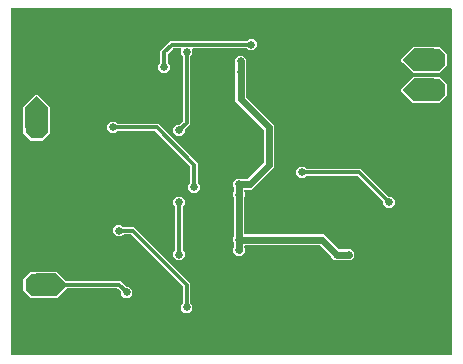
<source format=gbl>
G04 EAGLE Gerber RS-274X export*
G75*
%MOMM*%
%FSLAX34Y34*%
%LPD*%
%INBottom Copper*%
%IPPOS*%
%AMOC8*
5,1,8,0,0,1.08239X$1,22.5*%
G01*
%ADD10P,2.089446X8X292.500000*%
%ADD11C,0.654000*%
%ADD12C,0.304800*%
%ADD13C,0.609600*%

G36*
X376248Y3814D02*
X376248Y3814D01*
X376267Y3812D01*
X376369Y3834D01*
X376471Y3850D01*
X376488Y3860D01*
X376508Y3864D01*
X376597Y3917D01*
X376688Y3966D01*
X376702Y3980D01*
X376719Y3990D01*
X376786Y4069D01*
X376858Y4144D01*
X376866Y4162D01*
X376879Y4177D01*
X376918Y4273D01*
X376961Y4367D01*
X376963Y4387D01*
X376971Y4405D01*
X376989Y4572D01*
X376989Y296928D01*
X376986Y296948D01*
X376988Y296967D01*
X376966Y297069D01*
X376950Y297171D01*
X376940Y297188D01*
X376936Y297208D01*
X376883Y297297D01*
X376834Y297388D01*
X376820Y297402D01*
X376810Y297419D01*
X376731Y297486D01*
X376656Y297558D01*
X376638Y297566D01*
X376623Y297579D01*
X376527Y297618D01*
X376433Y297661D01*
X376413Y297663D01*
X376395Y297671D01*
X376228Y297689D01*
X4572Y297689D01*
X4552Y297686D01*
X4533Y297688D01*
X4431Y297666D01*
X4329Y297650D01*
X4312Y297640D01*
X4292Y297636D01*
X4203Y297583D01*
X4112Y297534D01*
X4098Y297520D01*
X4081Y297510D01*
X4014Y297431D01*
X3942Y297356D01*
X3934Y297338D01*
X3921Y297323D01*
X3882Y297227D01*
X3839Y297133D01*
X3837Y297113D01*
X3829Y297095D01*
X3811Y296928D01*
X3811Y4572D01*
X3814Y4552D01*
X3812Y4533D01*
X3834Y4431D01*
X3850Y4329D01*
X3860Y4312D01*
X3864Y4292D01*
X3917Y4203D01*
X3966Y4112D01*
X3980Y4098D01*
X3990Y4081D01*
X4069Y4014D01*
X4144Y3942D01*
X4162Y3934D01*
X4177Y3921D01*
X4273Y3882D01*
X4367Y3839D01*
X4387Y3837D01*
X4405Y3829D01*
X4572Y3811D01*
X376228Y3811D01*
X376248Y3814D01*
G37*
%LPC*%
G36*
X277414Y84105D02*
X277414Y84105D01*
X274605Y86914D01*
X274591Y87003D01*
X274583Y87094D01*
X274571Y87123D01*
X274566Y87155D01*
X274523Y87236D01*
X274487Y87320D01*
X274461Y87352D01*
X274450Y87373D01*
X274427Y87395D01*
X274382Y87451D01*
X265029Y96804D01*
X264955Y96857D01*
X264885Y96917D01*
X264855Y96929D01*
X264829Y96948D01*
X264742Y96975D01*
X264657Y97009D01*
X264616Y97013D01*
X264594Y97020D01*
X264562Y97019D01*
X264491Y97027D01*
X202184Y97027D01*
X202164Y97024D01*
X202145Y97026D01*
X202043Y97004D01*
X201941Y96988D01*
X201924Y96978D01*
X201904Y96974D01*
X201815Y96921D01*
X201724Y96872D01*
X201710Y96858D01*
X201693Y96848D01*
X201626Y96769D01*
X201554Y96694D01*
X201546Y96676D01*
X201533Y96661D01*
X201494Y96565D01*
X201451Y96471D01*
X201449Y96451D01*
X201441Y96433D01*
X201423Y96266D01*
X201423Y95233D01*
X201437Y95143D01*
X201445Y95052D01*
X201457Y95022D01*
X201462Y94991D01*
X201505Y94910D01*
X201541Y94826D01*
X201567Y94794D01*
X201578Y94773D01*
X201601Y94751D01*
X201645Y94696D01*
X201645Y90724D01*
X198836Y87915D01*
X194864Y87915D01*
X192055Y90724D01*
X192055Y94696D01*
X192107Y94769D01*
X192167Y94838D01*
X192179Y94868D01*
X192198Y94895D01*
X192225Y94982D01*
X192259Y95067D01*
X192263Y95107D01*
X192270Y95130D01*
X192269Y95162D01*
X192277Y95233D01*
X192277Y99077D01*
X192263Y99167D01*
X192255Y99258D01*
X192243Y99288D01*
X192238Y99319D01*
X192195Y99400D01*
X192159Y99484D01*
X192133Y99516D01*
X192122Y99537D01*
X192099Y99559D01*
X192055Y99614D01*
X192055Y103586D01*
X192107Y103659D01*
X192167Y103728D01*
X192179Y103759D01*
X192198Y103785D01*
X192225Y103872D01*
X192259Y103957D01*
X192263Y103998D01*
X192270Y104020D01*
X192269Y104052D01*
X192277Y104123D01*
X192277Y137177D01*
X192263Y137267D01*
X192255Y137358D01*
X192243Y137387D01*
X192238Y137419D01*
X192195Y137500D01*
X192159Y137584D01*
X192133Y137616D01*
X192122Y137637D01*
X192099Y137659D01*
X192055Y137714D01*
X192055Y141686D01*
X192107Y141759D01*
X192167Y141828D01*
X192179Y141859D01*
X192198Y141885D01*
X192225Y141972D01*
X192259Y142057D01*
X192263Y142098D01*
X192270Y142120D01*
X192269Y142152D01*
X192277Y142223D01*
X192277Y146067D01*
X192263Y146157D01*
X192255Y146248D01*
X192243Y146278D01*
X192238Y146309D01*
X192195Y146390D01*
X192159Y146474D01*
X192133Y146506D01*
X192122Y146527D01*
X192099Y146549D01*
X192055Y146604D01*
X192055Y150576D01*
X194864Y153385D01*
X198836Y153385D01*
X198909Y153333D01*
X198978Y153273D01*
X199008Y153261D01*
X199035Y153242D01*
X199122Y153215D01*
X199207Y153181D01*
X199247Y153177D01*
X199270Y153170D01*
X199302Y153171D01*
X199373Y153163D01*
X203531Y153163D01*
X203621Y153177D01*
X203712Y153185D01*
X203741Y153197D01*
X203773Y153202D01*
X203854Y153245D01*
X203938Y153281D01*
X203970Y153307D01*
X203991Y153318D01*
X204013Y153341D01*
X204069Y153386D01*
X217454Y166771D01*
X217507Y166845D01*
X217567Y166915D01*
X217579Y166945D01*
X217598Y166971D01*
X217625Y167058D01*
X217659Y167143D01*
X217663Y167184D01*
X217670Y167206D01*
X217669Y167238D01*
X217677Y167309D01*
X217677Y194641D01*
X217663Y194731D01*
X217655Y194822D01*
X217643Y194851D01*
X217638Y194883D01*
X217595Y194964D01*
X217559Y195048D01*
X217533Y195080D01*
X217522Y195101D01*
X217499Y195123D01*
X217454Y195179D01*
X193547Y219086D01*
X193547Y241317D01*
X193541Y241353D01*
X193542Y241360D01*
X193534Y241398D01*
X193533Y241407D01*
X193525Y241498D01*
X193513Y241527D01*
X193508Y241559D01*
X193493Y241587D01*
X193490Y241601D01*
X193461Y241649D01*
X193429Y241724D01*
X193403Y241756D01*
X193392Y241777D01*
X193374Y241794D01*
X193364Y241812D01*
X193348Y241825D01*
X193325Y241854D01*
X193325Y245826D01*
X193377Y245899D01*
X193437Y245968D01*
X193449Y245998D01*
X193468Y246025D01*
X193495Y246112D01*
X193529Y246197D01*
X193533Y246237D01*
X193540Y246260D01*
X193539Y246292D01*
X193547Y246363D01*
X193547Y250207D01*
X193533Y250297D01*
X193525Y250388D01*
X193513Y250417D01*
X193508Y250449D01*
X193465Y250530D01*
X193429Y250614D01*
X193403Y250646D01*
X193392Y250667D01*
X193369Y250689D01*
X193325Y250744D01*
X193325Y254716D01*
X196134Y257525D01*
X200106Y257525D01*
X202915Y254716D01*
X202915Y250744D01*
X202863Y250671D01*
X202803Y250602D01*
X202791Y250571D01*
X202772Y250545D01*
X202745Y250458D01*
X202711Y250373D01*
X202707Y250332D01*
X202700Y250310D01*
X202701Y250278D01*
X202693Y250207D01*
X202693Y246363D01*
X202707Y246273D01*
X202715Y246182D01*
X202727Y246152D01*
X202732Y246121D01*
X202775Y246040D01*
X202811Y245956D01*
X202837Y245924D01*
X202848Y245903D01*
X202871Y245881D01*
X202915Y245826D01*
X202915Y241854D01*
X202873Y241796D01*
X202829Y241749D01*
X202821Y241732D01*
X202803Y241712D01*
X202791Y241681D01*
X202772Y241655D01*
X202747Y241573D01*
X202725Y241526D01*
X202724Y241514D01*
X202711Y241483D01*
X202707Y241442D01*
X202700Y241420D01*
X202701Y241388D01*
X202693Y241317D01*
X202693Y223189D01*
X202707Y223099D01*
X202715Y223008D01*
X202727Y222979D01*
X202732Y222947D01*
X202775Y222866D01*
X202811Y222782D01*
X202837Y222750D01*
X202848Y222729D01*
X202871Y222707D01*
X202916Y222651D01*
X226823Y198744D01*
X226823Y163206D01*
X207634Y144017D01*
X202184Y144017D01*
X202164Y144014D01*
X202145Y144016D01*
X202043Y143994D01*
X201941Y143978D01*
X201924Y143968D01*
X201904Y143964D01*
X201815Y143911D01*
X201724Y143862D01*
X201710Y143848D01*
X201693Y143838D01*
X201626Y143759D01*
X201554Y143684D01*
X201546Y143666D01*
X201533Y143651D01*
X201494Y143555D01*
X201451Y143461D01*
X201449Y143441D01*
X201441Y143423D01*
X201423Y143256D01*
X201423Y142223D01*
X201437Y142133D01*
X201445Y142042D01*
X201457Y142013D01*
X201462Y141981D01*
X201505Y141900D01*
X201541Y141816D01*
X201567Y141784D01*
X201578Y141763D01*
X201601Y141741D01*
X201645Y141686D01*
X201645Y137714D01*
X201593Y137641D01*
X201533Y137572D01*
X201521Y137541D01*
X201502Y137515D01*
X201475Y137428D01*
X201441Y137343D01*
X201437Y137302D01*
X201430Y137280D01*
X201431Y137248D01*
X201423Y137177D01*
X201423Y106934D01*
X201426Y106914D01*
X201424Y106895D01*
X201446Y106793D01*
X201462Y106691D01*
X201472Y106674D01*
X201476Y106654D01*
X201529Y106565D01*
X201578Y106474D01*
X201592Y106460D01*
X201602Y106443D01*
X201681Y106376D01*
X201756Y106304D01*
X201774Y106296D01*
X201789Y106283D01*
X201885Y106244D01*
X201979Y106201D01*
X201999Y106199D01*
X202017Y106191D01*
X202184Y106173D01*
X268594Y106173D01*
X280849Y93918D01*
X280923Y93865D01*
X280993Y93805D01*
X281023Y93793D01*
X281049Y93774D01*
X281136Y93747D01*
X281221Y93713D01*
X281262Y93709D01*
X281284Y93702D01*
X281316Y93703D01*
X281386Y93695D01*
X281459Y93643D01*
X281528Y93583D01*
X281559Y93571D01*
X281585Y93552D01*
X281672Y93525D01*
X281757Y93491D01*
X281798Y93487D01*
X281820Y93480D01*
X281852Y93481D01*
X281923Y93473D01*
X287037Y93473D01*
X287127Y93487D01*
X287218Y93495D01*
X287247Y93507D01*
X287279Y93512D01*
X287360Y93555D01*
X287444Y93591D01*
X287476Y93617D01*
X287497Y93628D01*
X287519Y93651D01*
X287574Y93695D01*
X291546Y93695D01*
X294355Y90886D01*
X294355Y86914D01*
X291546Y84105D01*
X287574Y84105D01*
X287501Y84157D01*
X287432Y84217D01*
X287401Y84229D01*
X287375Y84248D01*
X287288Y84275D01*
X287203Y84309D01*
X287162Y84313D01*
X287140Y84320D01*
X287108Y84319D01*
X287037Y84327D01*
X281923Y84327D01*
X281833Y84313D01*
X281742Y84305D01*
X281713Y84293D01*
X281681Y84288D01*
X281600Y84245D01*
X281516Y84209D01*
X281484Y84183D01*
X281463Y84172D01*
X281441Y84149D01*
X281386Y84105D01*
X277414Y84105D01*
G37*
%LPD*%
%LPC*%
G36*
X144064Y189515D02*
X144064Y189515D01*
X141255Y192324D01*
X141255Y196296D01*
X144064Y199105D01*
X146218Y199105D01*
X146308Y199119D01*
X146399Y199127D01*
X146429Y199139D01*
X146461Y199144D01*
X146541Y199187D01*
X146625Y199223D01*
X146657Y199249D01*
X146678Y199260D01*
X146700Y199283D01*
X146756Y199328D01*
X149128Y201700D01*
X149181Y201774D01*
X149241Y201843D01*
X149253Y201873D01*
X149272Y201900D01*
X149299Y201987D01*
X149333Y202071D01*
X149337Y202112D01*
X149344Y202135D01*
X149343Y202167D01*
X149351Y202238D01*
X149351Y256303D01*
X149337Y256393D01*
X149329Y256484D01*
X149317Y256513D01*
X149312Y256545D01*
X149269Y256626D01*
X149233Y256710D01*
X149207Y256742D01*
X149196Y256763D01*
X149173Y256785D01*
X149128Y256841D01*
X147605Y258364D01*
X147605Y262336D01*
X147621Y262352D01*
X147663Y262410D01*
X147712Y262462D01*
X147734Y262509D01*
X147765Y262551D01*
X147786Y262620D01*
X147816Y262685D01*
X147822Y262737D01*
X147837Y262787D01*
X147835Y262858D01*
X147843Y262929D01*
X147832Y262980D01*
X147831Y263032D01*
X147806Y263100D01*
X147791Y263170D01*
X147764Y263215D01*
X147746Y263263D01*
X147701Y263319D01*
X147664Y263381D01*
X147625Y263415D01*
X147592Y263455D01*
X147532Y263494D01*
X147478Y263541D01*
X147429Y263560D01*
X147385Y263588D01*
X147316Y263606D01*
X147249Y263633D01*
X147178Y263641D01*
X147147Y263649D01*
X147124Y263647D01*
X147083Y263651D01*
X141278Y263651D01*
X141188Y263637D01*
X141097Y263629D01*
X141067Y263617D01*
X141035Y263612D01*
X140955Y263569D01*
X140871Y263533D01*
X140839Y263507D01*
X140818Y263496D01*
X140796Y263473D01*
X140740Y263428D01*
X136596Y259284D01*
X136543Y259210D01*
X136483Y259141D01*
X136471Y259111D01*
X136452Y259084D01*
X136426Y258998D01*
X136391Y258913D01*
X136387Y258872D01*
X136380Y258849D01*
X136381Y258817D01*
X136373Y258746D01*
X136373Y251697D01*
X136388Y251607D01*
X136395Y251516D01*
X136407Y251487D01*
X136413Y251455D01*
X136455Y251374D01*
X136491Y251290D01*
X136517Y251258D01*
X136528Y251237D01*
X136551Y251215D01*
X136596Y251159D01*
X138119Y249636D01*
X138119Y245664D01*
X135310Y242855D01*
X131338Y242855D01*
X128529Y245664D01*
X128529Y249636D01*
X130052Y251159D01*
X130106Y251233D01*
X130165Y251302D01*
X130177Y251333D01*
X130196Y251359D01*
X130223Y251446D01*
X130257Y251531D01*
X130261Y251572D01*
X130268Y251594D01*
X130267Y251626D01*
X130275Y251697D01*
X130275Y261587D01*
X138437Y269749D01*
X202963Y269749D01*
X203053Y269763D01*
X203144Y269771D01*
X203173Y269783D01*
X203205Y269788D01*
X203286Y269831D01*
X203370Y269867D01*
X203402Y269893D01*
X203423Y269904D01*
X203445Y269927D01*
X203501Y269972D01*
X205024Y271495D01*
X208996Y271495D01*
X211805Y268686D01*
X211805Y264714D01*
X208996Y261905D01*
X205024Y261905D01*
X203501Y263428D01*
X203427Y263481D01*
X203358Y263541D01*
X203327Y263553D01*
X203301Y263572D01*
X203214Y263599D01*
X203129Y263633D01*
X203088Y263637D01*
X203066Y263644D01*
X203034Y263643D01*
X202963Y263651D01*
X157717Y263651D01*
X157647Y263640D01*
X157575Y263638D01*
X157526Y263620D01*
X157475Y263612D01*
X157411Y263578D01*
X157344Y263553D01*
X157303Y263521D01*
X157257Y263496D01*
X157208Y263445D01*
X157152Y263400D01*
X157124Y263356D01*
X157088Y263318D01*
X157058Y263253D01*
X157019Y263193D01*
X157006Y263142D01*
X156984Y263095D01*
X156976Y263024D01*
X156959Y262954D01*
X156963Y262902D01*
X156957Y262851D01*
X156972Y262780D01*
X156978Y262709D01*
X156998Y262661D01*
X157009Y262610D01*
X157046Y262549D01*
X157074Y262483D01*
X157119Y262427D01*
X157136Y262399D01*
X157153Y262384D01*
X157179Y262352D01*
X157195Y262336D01*
X157195Y258364D01*
X155672Y256841D01*
X155619Y256767D01*
X155559Y256698D01*
X155547Y256667D01*
X155528Y256641D01*
X155501Y256554D01*
X155467Y256469D01*
X155463Y256428D01*
X155456Y256406D01*
X155457Y256374D01*
X155449Y256303D01*
X155449Y199397D01*
X151068Y195016D01*
X151015Y194942D01*
X150955Y194873D01*
X150943Y194843D01*
X150924Y194816D01*
X150897Y194729D01*
X150863Y194645D01*
X150859Y194604D01*
X150852Y194581D01*
X150853Y194549D01*
X150845Y194478D01*
X150845Y192324D01*
X148036Y189515D01*
X144064Y189515D01*
G37*
%LPD*%
%LPC*%
G36*
X20770Y52323D02*
X20770Y52323D01*
X14223Y58870D01*
X14223Y68130D01*
X20770Y74677D01*
X42857Y74677D01*
X50762Y66772D01*
X50836Y66719D01*
X50906Y66659D01*
X50936Y66647D01*
X50962Y66628D01*
X51049Y66601D01*
X51134Y66567D01*
X51175Y66563D01*
X51197Y66556D01*
X51229Y66557D01*
X51301Y66549D01*
X96513Y66549D01*
X100894Y62168D01*
X100968Y62115D01*
X101037Y62055D01*
X101067Y62043D01*
X101094Y62024D01*
X101181Y61997D01*
X101265Y61963D01*
X101306Y61959D01*
X101329Y61952D01*
X101361Y61953D01*
X101432Y61945D01*
X103586Y61945D01*
X106395Y59136D01*
X106395Y55164D01*
X103586Y52355D01*
X99614Y52355D01*
X96805Y55164D01*
X96805Y57318D01*
X96791Y57408D01*
X96783Y57499D01*
X96771Y57529D01*
X96766Y57561D01*
X96723Y57641D01*
X96687Y57725D01*
X96661Y57757D01*
X96650Y57778D01*
X96627Y57800D01*
X96582Y57856D01*
X94210Y60228D01*
X94136Y60281D01*
X94067Y60341D01*
X94037Y60353D01*
X94010Y60372D01*
X93923Y60399D01*
X93839Y60433D01*
X93798Y60437D01*
X93775Y60444D01*
X93743Y60443D01*
X93672Y60451D01*
X51301Y60451D01*
X51210Y60437D01*
X51120Y60429D01*
X51090Y60417D01*
X51058Y60412D01*
X50977Y60369D01*
X50893Y60333D01*
X50861Y60307D01*
X50840Y60296D01*
X50818Y60273D01*
X50762Y60228D01*
X42857Y52323D01*
X20770Y52323D01*
G37*
%LPD*%
%LPC*%
G36*
X344493Y217423D02*
X344493Y217423D01*
X334263Y227653D01*
X334263Y229547D01*
X344493Y239777D01*
X366580Y239777D01*
X373127Y233230D01*
X373127Y223970D01*
X366580Y217423D01*
X344493Y217423D01*
G37*
%LPD*%
%LPC*%
G36*
X20770Y185673D02*
X20770Y185673D01*
X14223Y192220D01*
X14223Y214307D01*
X24453Y224537D01*
X26347Y224537D01*
X36577Y214307D01*
X36577Y192220D01*
X30030Y185673D01*
X20770Y185673D01*
G37*
%LPD*%
%LPC*%
G36*
X344493Y242823D02*
X344493Y242823D01*
X342930Y244386D01*
X335826Y251490D01*
X334263Y253053D01*
X334263Y254947D01*
X344493Y265177D01*
X366580Y265177D01*
X373127Y258630D01*
X373127Y249370D01*
X366580Y242823D01*
X344493Y242823D01*
G37*
%LPD*%
%LPC*%
G36*
X156732Y141255D02*
X156732Y141255D01*
X153923Y144064D01*
X153923Y148036D01*
X155478Y149591D01*
X155531Y149665D01*
X155591Y149734D01*
X155603Y149765D01*
X155622Y149791D01*
X155649Y149878D01*
X155683Y149963D01*
X155687Y150004D01*
X155694Y150026D01*
X155693Y150058D01*
X155701Y150129D01*
X155701Y163522D01*
X155687Y163612D01*
X155679Y163703D01*
X155667Y163733D01*
X155662Y163765D01*
X155619Y163845D01*
X155583Y163929D01*
X155557Y163961D01*
X155546Y163982D01*
X155523Y164004D01*
X155478Y164060D01*
X125960Y193578D01*
X125886Y193631D01*
X125817Y193691D01*
X125787Y193703D01*
X125760Y193722D01*
X125673Y193749D01*
X125589Y193783D01*
X125548Y193787D01*
X125525Y193794D01*
X125493Y193793D01*
X125422Y193801D01*
X94217Y193801D01*
X94127Y193787D01*
X94036Y193779D01*
X94007Y193767D01*
X93975Y193762D01*
X93894Y193719D01*
X93810Y193683D01*
X93778Y193657D01*
X93757Y193646D01*
X93735Y193623D01*
X93679Y193578D01*
X92156Y192055D01*
X88184Y192055D01*
X85375Y194864D01*
X85375Y198836D01*
X88184Y201645D01*
X92156Y201645D01*
X93679Y200122D01*
X93753Y200069D01*
X93822Y200009D01*
X93853Y199997D01*
X93879Y199978D01*
X93966Y199951D01*
X94051Y199917D01*
X94092Y199913D01*
X94114Y199906D01*
X94146Y199907D01*
X94217Y199899D01*
X128263Y199899D01*
X161799Y166363D01*
X161799Y150065D01*
X161813Y149975D01*
X161821Y149884D01*
X161833Y149855D01*
X161838Y149823D01*
X161881Y149742D01*
X161917Y149658D01*
X161943Y149626D01*
X161954Y149605D01*
X161977Y149583D01*
X162022Y149527D01*
X163513Y148036D01*
X163513Y144064D01*
X160704Y141255D01*
X156732Y141255D01*
G37*
%LPD*%
%LPC*%
G36*
X150414Y39655D02*
X150414Y39655D01*
X147605Y42464D01*
X147605Y46436D01*
X149128Y47959D01*
X149181Y48033D01*
X149241Y48102D01*
X149253Y48133D01*
X149272Y48159D01*
X149299Y48246D01*
X149333Y48331D01*
X149337Y48372D01*
X149344Y48394D01*
X149343Y48426D01*
X149351Y48497D01*
X149351Y61922D01*
X149337Y62012D01*
X149329Y62103D01*
X149317Y62133D01*
X149312Y62165D01*
X149269Y62245D01*
X149233Y62329D01*
X149207Y62361D01*
X149196Y62382D01*
X149173Y62404D01*
X149128Y62460D01*
X105640Y105948D01*
X105566Y106001D01*
X105497Y106061D01*
X105467Y106073D01*
X105440Y106092D01*
X105353Y106119D01*
X105269Y106153D01*
X105228Y106157D01*
X105205Y106164D01*
X105173Y106163D01*
X105102Y106171D01*
X99297Y106171D01*
X99207Y106157D01*
X99116Y106149D01*
X99087Y106137D01*
X99055Y106132D01*
X98974Y106089D01*
X98890Y106053D01*
X98858Y106027D01*
X98837Y106016D01*
X98815Y105993D01*
X98759Y105948D01*
X97236Y104425D01*
X93264Y104425D01*
X90455Y107234D01*
X90455Y111206D01*
X93264Y114015D01*
X97236Y114015D01*
X98759Y112492D01*
X98833Y112439D01*
X98902Y112379D01*
X98933Y112367D01*
X98959Y112348D01*
X99046Y112321D01*
X99131Y112287D01*
X99172Y112283D01*
X99194Y112276D01*
X99226Y112277D01*
X99297Y112269D01*
X107943Y112269D01*
X155449Y64763D01*
X155449Y48497D01*
X155463Y48407D01*
X155471Y48316D01*
X155483Y48287D01*
X155488Y48255D01*
X155531Y48174D01*
X155567Y48090D01*
X155593Y48058D01*
X155604Y48037D01*
X155627Y48015D01*
X155672Y47959D01*
X157195Y46436D01*
X157195Y42464D01*
X154386Y39655D01*
X150414Y39655D01*
G37*
%LPD*%
%LPC*%
G36*
X321864Y128555D02*
X321864Y128555D01*
X319055Y131364D01*
X319055Y133518D01*
X319041Y133608D01*
X319033Y133699D01*
X319021Y133729D01*
X319016Y133761D01*
X318973Y133841D01*
X318937Y133925D01*
X318911Y133957D01*
X318900Y133978D01*
X318877Y134000D01*
X318832Y134056D01*
X297410Y155478D01*
X297336Y155531D01*
X297267Y155591D01*
X297237Y155603D01*
X297210Y155622D01*
X297123Y155649D01*
X297039Y155683D01*
X296998Y155687D01*
X296975Y155694D01*
X296943Y155693D01*
X296872Y155701D01*
X254237Y155701D01*
X254147Y155687D01*
X254056Y155679D01*
X254027Y155667D01*
X253995Y155662D01*
X253914Y155619D01*
X253830Y155583D01*
X253798Y155557D01*
X253777Y155546D01*
X253755Y155523D01*
X253699Y155478D01*
X252176Y153955D01*
X248204Y153955D01*
X245395Y156764D01*
X245395Y160736D01*
X248204Y163545D01*
X252176Y163545D01*
X253699Y162022D01*
X253773Y161969D01*
X253842Y161909D01*
X253873Y161897D01*
X253899Y161878D01*
X253986Y161851D01*
X254071Y161817D01*
X254112Y161813D01*
X254134Y161806D01*
X254166Y161807D01*
X254237Y161799D01*
X299713Y161799D01*
X323144Y138368D01*
X323218Y138315D01*
X323287Y138255D01*
X323317Y138243D01*
X323344Y138224D01*
X323431Y138197D01*
X323515Y138163D01*
X323556Y138159D01*
X323579Y138152D01*
X323611Y138153D01*
X323682Y138145D01*
X325836Y138145D01*
X328645Y135336D01*
X328645Y131364D01*
X325836Y128555D01*
X321864Y128555D01*
G37*
%LPD*%
G36*
X361970Y244352D02*
X361970Y244352D01*
X361989Y244350D01*
X362091Y244372D01*
X362193Y244389D01*
X362210Y244398D01*
X362230Y244402D01*
X362319Y244455D01*
X362410Y244504D01*
X362424Y244518D01*
X362441Y244528D01*
X362508Y244607D01*
X362580Y244682D01*
X362588Y244700D01*
X362601Y244715D01*
X362640Y244811D01*
X362683Y244905D01*
X362685Y244925D01*
X362693Y244943D01*
X362711Y245110D01*
X362711Y262890D01*
X362708Y262910D01*
X362710Y262929D01*
X362688Y263031D01*
X362672Y263133D01*
X362662Y263150D01*
X362658Y263170D01*
X362605Y263259D01*
X362556Y263350D01*
X362542Y263364D01*
X362532Y263381D01*
X362453Y263448D01*
X362378Y263520D01*
X362360Y263528D01*
X362345Y263541D01*
X362249Y263580D01*
X362155Y263623D01*
X362135Y263625D01*
X362117Y263633D01*
X361950Y263651D01*
X345440Y263651D01*
X345350Y263637D01*
X345259Y263629D01*
X345229Y263617D01*
X345197Y263612D01*
X345117Y263569D01*
X345033Y263533D01*
X345001Y263507D01*
X344980Y263496D01*
X344958Y263473D01*
X344902Y263428D01*
X336012Y254538D01*
X336000Y254522D01*
X335985Y254510D01*
X335928Y254422D01*
X335868Y254339D01*
X335862Y254320D01*
X335852Y254303D01*
X335826Y254202D01*
X335796Y254103D01*
X335796Y254084D01*
X335791Y254064D01*
X335800Y253961D01*
X335802Y253858D01*
X335809Y253839D01*
X335811Y253819D01*
X335851Y253724D01*
X335887Y253627D01*
X335899Y253611D01*
X335907Y253593D01*
X336012Y253462D01*
X344902Y244572D01*
X344976Y244519D01*
X345045Y244459D01*
X345075Y244447D01*
X345101Y244428D01*
X345188Y244401D01*
X345273Y244367D01*
X345314Y244363D01*
X345337Y244356D01*
X345369Y244357D01*
X345440Y244349D01*
X361950Y244349D01*
X361970Y244352D01*
G37*
G36*
X361970Y218952D02*
X361970Y218952D01*
X361989Y218950D01*
X362091Y218972D01*
X362193Y218989D01*
X362210Y218998D01*
X362230Y219002D01*
X362319Y219055D01*
X362410Y219104D01*
X362424Y219118D01*
X362441Y219128D01*
X362508Y219207D01*
X362580Y219282D01*
X362588Y219300D01*
X362601Y219315D01*
X362640Y219411D01*
X362683Y219505D01*
X362685Y219525D01*
X362693Y219543D01*
X362711Y219710D01*
X362711Y237490D01*
X362708Y237510D01*
X362710Y237529D01*
X362688Y237631D01*
X362672Y237733D01*
X362662Y237750D01*
X362658Y237770D01*
X362605Y237859D01*
X362556Y237950D01*
X362542Y237964D01*
X362532Y237981D01*
X362453Y238048D01*
X362378Y238120D01*
X362360Y238128D01*
X362345Y238141D01*
X362249Y238180D01*
X362155Y238223D01*
X362135Y238225D01*
X362117Y238233D01*
X361950Y238251D01*
X345440Y238251D01*
X345350Y238237D01*
X345259Y238229D01*
X345229Y238217D01*
X345197Y238212D01*
X345117Y238169D01*
X345033Y238133D01*
X345001Y238107D01*
X344980Y238096D01*
X344958Y238073D01*
X344902Y238028D01*
X336012Y229138D01*
X336000Y229122D01*
X335985Y229110D01*
X335928Y229022D01*
X335868Y228939D01*
X335862Y228920D01*
X335852Y228903D01*
X335826Y228802D01*
X335796Y228703D01*
X335796Y228684D01*
X335791Y228664D01*
X335800Y228561D01*
X335802Y228458D01*
X335809Y228439D01*
X335811Y228419D01*
X335851Y228324D01*
X335887Y228227D01*
X335899Y228211D01*
X335907Y228193D01*
X336012Y228062D01*
X344902Y219172D01*
X344976Y219119D01*
X345045Y219059D01*
X345075Y219047D01*
X345101Y219028D01*
X345188Y219001D01*
X345273Y218967D01*
X345314Y218963D01*
X345337Y218956D01*
X345369Y218957D01*
X345440Y218949D01*
X361950Y218949D01*
X361970Y218952D01*
G37*
G36*
X34310Y196092D02*
X34310Y196092D01*
X34329Y196090D01*
X34431Y196112D01*
X34533Y196129D01*
X34550Y196138D01*
X34570Y196142D01*
X34659Y196195D01*
X34750Y196244D01*
X34764Y196258D01*
X34781Y196268D01*
X34848Y196347D01*
X34920Y196422D01*
X34928Y196440D01*
X34941Y196455D01*
X34980Y196551D01*
X35023Y196645D01*
X35025Y196665D01*
X35033Y196683D01*
X35051Y196850D01*
X35051Y213360D01*
X35037Y213450D01*
X35029Y213541D01*
X35017Y213571D01*
X35012Y213603D01*
X34969Y213683D01*
X34933Y213767D01*
X34907Y213799D01*
X34896Y213820D01*
X34873Y213842D01*
X34828Y213898D01*
X25938Y222788D01*
X25922Y222800D01*
X25910Y222815D01*
X25822Y222872D01*
X25739Y222932D01*
X25720Y222938D01*
X25703Y222948D01*
X25602Y222974D01*
X25503Y223004D01*
X25484Y223004D01*
X25464Y223009D01*
X25361Y223001D01*
X25258Y222998D01*
X25239Y222991D01*
X25219Y222989D01*
X25124Y222949D01*
X25027Y222913D01*
X25011Y222901D01*
X24993Y222893D01*
X24862Y222788D01*
X15972Y213898D01*
X15919Y213824D01*
X15859Y213755D01*
X15847Y213725D01*
X15828Y213699D01*
X15801Y213612D01*
X15767Y213527D01*
X15763Y213486D01*
X15756Y213463D01*
X15757Y213431D01*
X15749Y213360D01*
X15749Y196850D01*
X15752Y196830D01*
X15750Y196811D01*
X15772Y196709D01*
X15789Y196607D01*
X15798Y196590D01*
X15802Y196570D01*
X15855Y196481D01*
X15904Y196390D01*
X15918Y196376D01*
X15928Y196359D01*
X16007Y196292D01*
X16082Y196221D01*
X16100Y196212D01*
X16115Y196199D01*
X16211Y196160D01*
X16305Y196117D01*
X16325Y196115D01*
X16343Y196107D01*
X16510Y196089D01*
X34290Y196089D01*
X34310Y196092D01*
G37*
G36*
X42000Y53864D02*
X42000Y53864D01*
X42091Y53871D01*
X42121Y53883D01*
X42153Y53889D01*
X42233Y53931D01*
X42317Y53967D01*
X42349Y53993D01*
X42370Y54004D01*
X42392Y54027D01*
X42448Y54072D01*
X51338Y62962D01*
X51350Y62978D01*
X51365Y62990D01*
X51422Y63078D01*
X51482Y63161D01*
X51488Y63180D01*
X51498Y63197D01*
X51524Y63298D01*
X51554Y63397D01*
X51554Y63416D01*
X51559Y63436D01*
X51551Y63539D01*
X51548Y63642D01*
X51541Y63661D01*
X51539Y63681D01*
X51499Y63776D01*
X51463Y63873D01*
X51451Y63889D01*
X51443Y63907D01*
X51338Y64038D01*
X42448Y72928D01*
X42374Y72981D01*
X42305Y73041D01*
X42275Y73053D01*
X42249Y73072D01*
X42162Y73099D01*
X42077Y73133D01*
X42036Y73137D01*
X42013Y73144D01*
X41981Y73143D01*
X41910Y73151D01*
X25400Y73151D01*
X25380Y73148D01*
X25361Y73150D01*
X25259Y73128D01*
X25157Y73112D01*
X25140Y73102D01*
X25120Y73098D01*
X25031Y73045D01*
X24940Y72996D01*
X24926Y72982D01*
X24909Y72972D01*
X24842Y72893D01*
X24771Y72818D01*
X24762Y72800D01*
X24749Y72785D01*
X24710Y72689D01*
X24667Y72595D01*
X24665Y72575D01*
X24657Y72557D01*
X24639Y72390D01*
X24639Y54610D01*
X24642Y54590D01*
X24640Y54571D01*
X24662Y54469D01*
X24679Y54367D01*
X24688Y54350D01*
X24692Y54330D01*
X24745Y54241D01*
X24794Y54150D01*
X24808Y54136D01*
X24818Y54119D01*
X24897Y54052D01*
X24972Y53981D01*
X24990Y53972D01*
X25005Y53959D01*
X25101Y53920D01*
X25195Y53877D01*
X25215Y53875D01*
X25233Y53867D01*
X25400Y53849D01*
X41910Y53849D01*
X42000Y53864D01*
G37*
%LPC*%
G36*
X144064Y84105D02*
X144064Y84105D01*
X141255Y86914D01*
X141255Y90886D01*
X142778Y92409D01*
X142831Y92483D01*
X142891Y92552D01*
X142903Y92583D01*
X142922Y92609D01*
X142949Y92696D01*
X142983Y92781D01*
X142987Y92822D01*
X142994Y92844D01*
X142993Y92876D01*
X143001Y92947D01*
X143001Y129303D01*
X142987Y129393D01*
X142979Y129484D01*
X142967Y129513D01*
X142962Y129545D01*
X142919Y129626D01*
X142883Y129710D01*
X142857Y129742D01*
X142846Y129763D01*
X142823Y129785D01*
X142778Y129841D01*
X141255Y131364D01*
X141255Y135336D01*
X144064Y138145D01*
X148036Y138145D01*
X150845Y135336D01*
X150845Y131364D01*
X149322Y129841D01*
X149269Y129767D01*
X149209Y129698D01*
X149197Y129667D01*
X149178Y129641D01*
X149151Y129554D01*
X149117Y129469D01*
X149113Y129428D01*
X149106Y129406D01*
X149107Y129374D01*
X149099Y129303D01*
X149099Y92947D01*
X149113Y92857D01*
X149121Y92766D01*
X149133Y92737D01*
X149138Y92705D01*
X149181Y92624D01*
X149217Y92540D01*
X149243Y92508D01*
X149254Y92487D01*
X149277Y92465D01*
X149322Y92409D01*
X150845Y90886D01*
X150845Y86914D01*
X148036Y84105D01*
X144064Y84105D01*
G37*
%LPD*%
D10*
X25400Y171450D03*
X25400Y196850D03*
X25400Y38100D03*
X25400Y63500D03*
X361950Y228600D03*
X361950Y254000D03*
X361950Y203200D03*
D11*
X190500Y196850D03*
X199390Y196850D03*
X191770Y39370D03*
X200660Y39370D03*
X82550Y254000D03*
X69850Y241300D03*
X82550Y266700D03*
X50800Y25400D03*
X63500Y25400D03*
X133350Y69850D03*
X101600Y69850D03*
X133350Y176530D03*
X157480Y274320D03*
X187960Y274320D03*
X133350Y166370D03*
X158750Y176530D03*
X143510Y220980D03*
X161290Y220980D03*
X154940Y106680D03*
X137160Y106680D03*
X158750Y69850D03*
X25400Y270510D03*
X12700Y270510D03*
X38100Y270510D03*
X8890Y283210D03*
X41910Y283210D03*
X330200Y93980D03*
X330200Y85090D03*
X363220Y74930D03*
X363220Y64770D03*
X323850Y147320D03*
X337820Y154940D03*
X351790Y147320D03*
X187960Y227330D03*
X208280Y227330D03*
X212090Y171450D03*
X231140Y171450D03*
X95250Y109220D03*
D12*
X106680Y109220D01*
X152400Y63500D01*
X152400Y44450D01*
D11*
X152400Y44450D03*
X146050Y88900D03*
D12*
X146050Y133350D01*
D11*
X146050Y133350D03*
X152400Y260350D03*
D12*
X152400Y200660D01*
X146050Y194310D01*
D11*
X146050Y194310D03*
D12*
X41910Y63500D02*
X25400Y63500D01*
X41910Y63500D02*
X95250Y63500D01*
X101600Y57150D01*
D11*
X101600Y57150D03*
X41910Y63500D03*
X90170Y196850D03*
D12*
X127000Y196850D01*
X158750Y165100D01*
X158750Y146050D01*
X158718Y146050D01*
D11*
X158718Y146050D03*
X196850Y139700D03*
D13*
X196850Y101600D01*
D11*
X196850Y101600D03*
X196850Y148590D03*
X196850Y92710D03*
D13*
X196850Y139700D02*
X196850Y148590D01*
X196850Y101600D02*
X196850Y92710D01*
X196850Y101600D02*
X266700Y101600D01*
X279400Y88900D01*
D11*
X279400Y88900D03*
X289560Y88900D03*
D13*
X279400Y88900D01*
D11*
X198120Y243840D03*
D13*
X198120Y220980D01*
X222250Y196850D01*
X222250Y165100D01*
X205740Y148590D02*
X196850Y148590D01*
X205740Y148590D02*
X222250Y165100D01*
D11*
X198120Y252730D03*
D13*
X198120Y243840D01*
D11*
X25400Y215900D03*
X250190Y158750D03*
D12*
X298450Y158750D01*
X323850Y133350D01*
D11*
X323850Y133350D03*
X133324Y247650D03*
D12*
X133324Y260324D01*
X139700Y266700D01*
X207010Y266700D01*
D11*
X207010Y266700D03*
X342900Y254000D03*
X342900Y228600D03*
M02*

</source>
